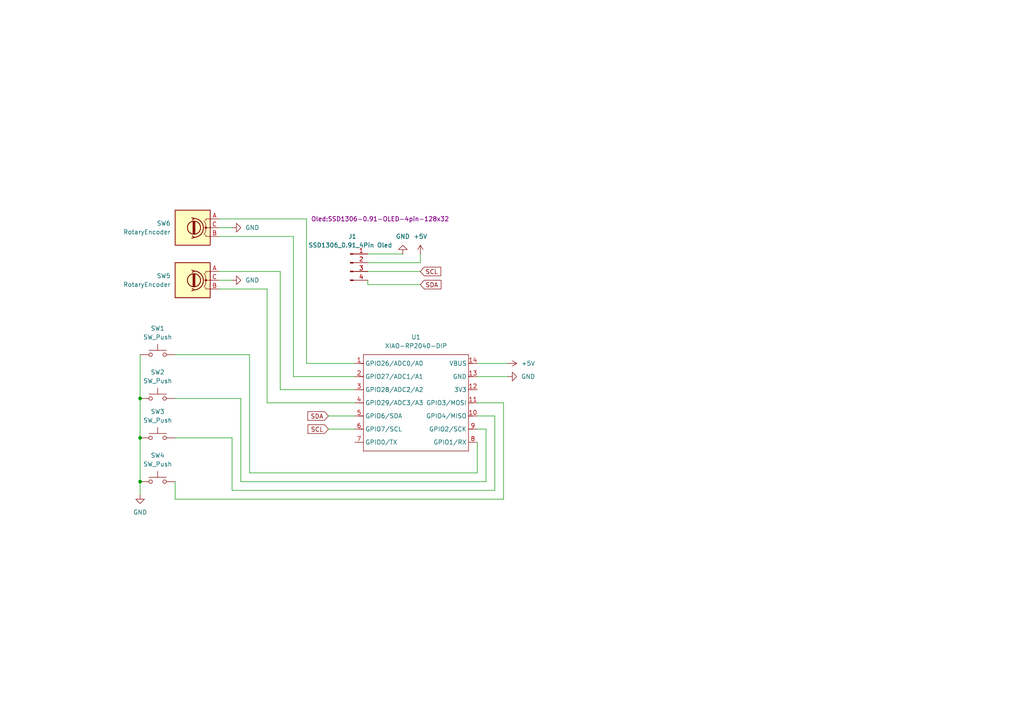
<source format=kicad_sch>
(kicad_sch
	(version 20250114)
	(generator "eeschema")
	(generator_version "9.0")
	(uuid "76485336-fd67-4ac5-96d9-830f7060e789")
	(paper "A4")
	(lib_symbols
		(symbol "Connector:Conn_01x04_Pin"
			(pin_names
				(offset 1.016)
				(hide yes)
			)
			(exclude_from_sim no)
			(in_bom yes)
			(on_board yes)
			(property "Reference" "J"
				(at 0 5.08 0)
				(effects
					(font
						(size 1.27 1.27)
					)
				)
			)
			(property "Value" "Conn_01x04_Pin"
				(at 0 -7.62 0)
				(effects
					(font
						(size 1.27 1.27)
					)
				)
			)
			(property "Footprint" ""
				(at 0 0 0)
				(effects
					(font
						(size 1.27 1.27)
					)
					(hide yes)
				)
			)
			(property "Datasheet" "~"
				(at 0 0 0)
				(effects
					(font
						(size 1.27 1.27)
					)
					(hide yes)
				)
			)
			(property "Description" "Generic connector, single row, 01x04, script generated"
				(at 0 0 0)
				(effects
					(font
						(size 1.27 1.27)
					)
					(hide yes)
				)
			)
			(property "ki_locked" ""
				(at 0 0 0)
				(effects
					(font
						(size 1.27 1.27)
					)
				)
			)
			(property "ki_keywords" "connector"
				(at 0 0 0)
				(effects
					(font
						(size 1.27 1.27)
					)
					(hide yes)
				)
			)
			(property "ki_fp_filters" "Connector*:*_1x??_*"
				(at 0 0 0)
				(effects
					(font
						(size 1.27 1.27)
					)
					(hide yes)
				)
			)
			(symbol "Conn_01x04_Pin_1_1"
				(rectangle
					(start 0.8636 2.667)
					(end 0 2.413)
					(stroke
						(width 0.1524)
						(type default)
					)
					(fill
						(type outline)
					)
				)
				(rectangle
					(start 0.8636 0.127)
					(end 0 -0.127)
					(stroke
						(width 0.1524)
						(type default)
					)
					(fill
						(type outline)
					)
				)
				(rectangle
					(start 0.8636 -2.413)
					(end 0 -2.667)
					(stroke
						(width 0.1524)
						(type default)
					)
					(fill
						(type outline)
					)
				)
				(rectangle
					(start 0.8636 -4.953)
					(end 0 -5.207)
					(stroke
						(width 0.1524)
						(type default)
					)
					(fill
						(type outline)
					)
				)
				(polyline
					(pts
						(xy 1.27 2.54) (xy 0.8636 2.54)
					)
					(stroke
						(width 0.1524)
						(type default)
					)
					(fill
						(type none)
					)
				)
				(polyline
					(pts
						(xy 1.27 0) (xy 0.8636 0)
					)
					(stroke
						(width 0.1524)
						(type default)
					)
					(fill
						(type none)
					)
				)
				(polyline
					(pts
						(xy 1.27 -2.54) (xy 0.8636 -2.54)
					)
					(stroke
						(width 0.1524)
						(type default)
					)
					(fill
						(type none)
					)
				)
				(polyline
					(pts
						(xy 1.27 -5.08) (xy 0.8636 -5.08)
					)
					(stroke
						(width 0.1524)
						(type default)
					)
					(fill
						(type none)
					)
				)
				(pin passive line
					(at 5.08 2.54 180)
					(length 3.81)
					(name "Pin_1"
						(effects
							(font
								(size 1.27 1.27)
							)
						)
					)
					(number "1"
						(effects
							(font
								(size 1.27 1.27)
							)
						)
					)
				)
				(pin passive line
					(at 5.08 0 180)
					(length 3.81)
					(name "Pin_2"
						(effects
							(font
								(size 1.27 1.27)
							)
						)
					)
					(number "2"
						(effects
							(font
								(size 1.27 1.27)
							)
						)
					)
				)
				(pin passive line
					(at 5.08 -2.54 180)
					(length 3.81)
					(name "Pin_3"
						(effects
							(font
								(size 1.27 1.27)
							)
						)
					)
					(number "3"
						(effects
							(font
								(size 1.27 1.27)
							)
						)
					)
				)
				(pin passive line
					(at 5.08 -5.08 180)
					(length 3.81)
					(name "Pin_4"
						(effects
							(font
								(size 1.27 1.27)
							)
						)
					)
					(number "4"
						(effects
							(font
								(size 1.27 1.27)
							)
						)
					)
				)
			)
			(embedded_fonts no)
		)
		(symbol "Device:RotaryEncoder"
			(pin_names
				(offset 0.254)
				(hide yes)
			)
			(exclude_from_sim no)
			(in_bom yes)
			(on_board yes)
			(property "Reference" "SW"
				(at 0 6.604 0)
				(effects
					(font
						(size 1.27 1.27)
					)
				)
			)
			(property "Value" "RotaryEncoder"
				(at 0 -6.604 0)
				(effects
					(font
						(size 1.27 1.27)
					)
				)
			)
			(property "Footprint" ""
				(at -3.81 4.064 0)
				(effects
					(font
						(size 1.27 1.27)
					)
					(hide yes)
				)
			)
			(property "Datasheet" "~"
				(at 0 6.604 0)
				(effects
					(font
						(size 1.27 1.27)
					)
					(hide yes)
				)
			)
			(property "Description" "Rotary encoder, dual channel, incremental quadrate outputs"
				(at 0 0 0)
				(effects
					(font
						(size 1.27 1.27)
					)
					(hide yes)
				)
			)
			(property "ki_keywords" "rotary switch encoder"
				(at 0 0 0)
				(effects
					(font
						(size 1.27 1.27)
					)
					(hide yes)
				)
			)
			(property "ki_fp_filters" "RotaryEncoder*"
				(at 0 0 0)
				(effects
					(font
						(size 1.27 1.27)
					)
					(hide yes)
				)
			)
			(symbol "RotaryEncoder_0_1"
				(rectangle
					(start -5.08 5.08)
					(end 5.08 -5.08)
					(stroke
						(width 0.254)
						(type default)
					)
					(fill
						(type background)
					)
				)
				(polyline
					(pts
						(xy -5.08 2.54) (xy -3.81 2.54) (xy -3.81 2.032)
					)
					(stroke
						(width 0)
						(type default)
					)
					(fill
						(type none)
					)
				)
				(polyline
					(pts
						(xy -5.08 0) (xy -3.81 0) (xy -3.81 -1.016) (xy -3.302 -2.032)
					)
					(stroke
						(width 0)
						(type default)
					)
					(fill
						(type none)
					)
				)
				(polyline
					(pts
						(xy -5.08 -2.54) (xy -3.81 -2.54) (xy -3.81 -2.032)
					)
					(stroke
						(width 0)
						(type default)
					)
					(fill
						(type none)
					)
				)
				(polyline
					(pts
						(xy -4.318 0) (xy -3.81 0) (xy -3.81 1.016) (xy -3.302 2.032)
					)
					(stroke
						(width 0)
						(type default)
					)
					(fill
						(type none)
					)
				)
				(circle
					(center -3.81 0)
					(radius 0.254)
					(stroke
						(width 0)
						(type default)
					)
					(fill
						(type outline)
					)
				)
				(polyline
					(pts
						(xy -0.635 -1.778) (xy -0.635 1.778)
					)
					(stroke
						(width 0.254)
						(type default)
					)
					(fill
						(type none)
					)
				)
				(circle
					(center -0.381 0)
					(radius 1.905)
					(stroke
						(width 0.254)
						(type default)
					)
					(fill
						(type none)
					)
				)
				(polyline
					(pts
						(xy -0.381 -1.778) (xy -0.381 1.778)
					)
					(stroke
						(width 0.254)
						(type default)
					)
					(fill
						(type none)
					)
				)
				(arc
					(start -0.381 -2.794)
					(mid -3.0988 -0.0635)
					(end -0.381 2.667)
					(stroke
						(width 0.254)
						(type default)
					)
					(fill
						(type none)
					)
				)
				(polyline
					(pts
						(xy -0.127 1.778) (xy -0.127 -1.778)
					)
					(stroke
						(width 0.254)
						(type default)
					)
					(fill
						(type none)
					)
				)
				(polyline
					(pts
						(xy 0.254 2.921) (xy -0.508 2.667) (xy 0.127 2.286)
					)
					(stroke
						(width 0.254)
						(type default)
					)
					(fill
						(type none)
					)
				)
				(polyline
					(pts
						(xy 0.254 -3.048) (xy -0.508 -2.794) (xy 0.127 -2.413)
					)
					(stroke
						(width 0.254)
						(type default)
					)
					(fill
						(type none)
					)
				)
			)
			(symbol "RotaryEncoder_1_1"
				(pin passive line
					(at -7.62 2.54 0)
					(length 2.54)
					(name "A"
						(effects
							(font
								(size 1.27 1.27)
							)
						)
					)
					(number "A"
						(effects
							(font
								(size 1.27 1.27)
							)
						)
					)
				)
				(pin passive line
					(at -7.62 0 0)
					(length 2.54)
					(name "C"
						(effects
							(font
								(size 1.27 1.27)
							)
						)
					)
					(number "C"
						(effects
							(font
								(size 1.27 1.27)
							)
						)
					)
				)
				(pin passive line
					(at -7.62 -2.54 0)
					(length 2.54)
					(name "B"
						(effects
							(font
								(size 1.27 1.27)
							)
						)
					)
					(number "B"
						(effects
							(font
								(size 1.27 1.27)
							)
						)
					)
				)
			)
			(embedded_fonts no)
		)
		(symbol "OPL:XIAO-RP2040-DIP"
			(exclude_from_sim no)
			(in_bom yes)
			(on_board yes)
			(property "Reference" "U"
				(at 0 0 0)
				(effects
					(font
						(size 1.27 1.27)
					)
				)
			)
			(property "Value" "XIAO-RP2040-DIP"
				(at 5.334 -1.778 0)
				(effects
					(font
						(size 1.27 1.27)
					)
				)
			)
			(property "Footprint" "Module:MOUDLE14P-XIAO-DIP-SMD"
				(at 14.478 -32.258 0)
				(effects
					(font
						(size 1.27 1.27)
					)
					(hide yes)
				)
			)
			(property "Datasheet" ""
				(at 0 0 0)
				(effects
					(font
						(size 1.27 1.27)
					)
					(hide yes)
				)
			)
			(property "Description" ""
				(at 0 0 0)
				(effects
					(font
						(size 1.27 1.27)
					)
					(hide yes)
				)
			)
			(symbol "XIAO-RP2040-DIP_1_0"
				(polyline
					(pts
						(xy -1.27 -2.54) (xy 29.21 -2.54)
					)
					(stroke
						(width 0.1524)
						(type solid)
					)
					(fill
						(type none)
					)
				)
				(polyline
					(pts
						(xy -1.27 -5.08) (xy -2.54 -5.08)
					)
					(stroke
						(width 0.1524)
						(type solid)
					)
					(fill
						(type none)
					)
				)
				(polyline
					(pts
						(xy -1.27 -5.08) (xy -1.27 -2.54)
					)
					(stroke
						(width 0.1524)
						(type solid)
					)
					(fill
						(type none)
					)
				)
				(polyline
					(pts
						(xy -1.27 -8.89) (xy -2.54 -8.89)
					)
					(stroke
						(width 0.1524)
						(type solid)
					)
					(fill
						(type none)
					)
				)
				(polyline
					(pts
						(xy -1.27 -8.89) (xy -1.27 -5.08)
					)
					(stroke
						(width 0.1524)
						(type solid)
					)
					(fill
						(type none)
					)
				)
				(polyline
					(pts
						(xy -1.27 -12.7) (xy -2.54 -12.7)
					)
					(stroke
						(width 0.1524)
						(type solid)
					)
					(fill
						(type none)
					)
				)
				(polyline
					(pts
						(xy -1.27 -12.7) (xy -1.27 -8.89)
					)
					(stroke
						(width 0.1524)
						(type solid)
					)
					(fill
						(type none)
					)
				)
				(polyline
					(pts
						(xy -1.27 -16.51) (xy -2.54 -16.51)
					)
					(stroke
						(width 0.1524)
						(type solid)
					)
					(fill
						(type none)
					)
				)
				(polyline
					(pts
						(xy -1.27 -16.51) (xy -1.27 -12.7)
					)
					(stroke
						(width 0.1524)
						(type solid)
					)
					(fill
						(type none)
					)
				)
				(polyline
					(pts
						(xy -1.27 -20.32) (xy -2.54 -20.32)
					)
					(stroke
						(width 0.1524)
						(type solid)
					)
					(fill
						(type none)
					)
				)
				(polyline
					(pts
						(xy -1.27 -24.13) (xy -2.54 -24.13)
					)
					(stroke
						(width 0.1524)
						(type solid)
					)
					(fill
						(type none)
					)
				)
				(polyline
					(pts
						(xy -1.27 -27.94) (xy -2.54 -27.94)
					)
					(stroke
						(width 0.1524)
						(type solid)
					)
					(fill
						(type none)
					)
				)
				(polyline
					(pts
						(xy -1.27 -30.48) (xy -1.27 -16.51)
					)
					(stroke
						(width 0.1524)
						(type solid)
					)
					(fill
						(type none)
					)
				)
				(polyline
					(pts
						(xy 29.21 -2.54) (xy 29.21 -5.08)
					)
					(stroke
						(width 0.1524)
						(type solid)
					)
					(fill
						(type none)
					)
				)
				(polyline
					(pts
						(xy 29.21 -5.08) (xy 29.21 -8.89)
					)
					(stroke
						(width 0.1524)
						(type solid)
					)
					(fill
						(type none)
					)
				)
				(polyline
					(pts
						(xy 29.21 -8.89) (xy 29.21 -12.7)
					)
					(stroke
						(width 0.1524)
						(type solid)
					)
					(fill
						(type none)
					)
				)
				(polyline
					(pts
						(xy 29.21 -12.7) (xy 29.21 -30.48)
					)
					(stroke
						(width 0.1524)
						(type solid)
					)
					(fill
						(type none)
					)
				)
				(polyline
					(pts
						(xy 29.21 -30.48) (xy -1.27 -30.48)
					)
					(stroke
						(width 0.1524)
						(type solid)
					)
					(fill
						(type none)
					)
				)
				(polyline
					(pts
						(xy 30.48 -5.08) (xy 29.21 -5.08)
					)
					(stroke
						(width 0.1524)
						(type solid)
					)
					(fill
						(type none)
					)
				)
				(polyline
					(pts
						(xy 30.48 -8.89) (xy 29.21 -8.89)
					)
					(stroke
						(width 0.1524)
						(type solid)
					)
					(fill
						(type none)
					)
				)
				(polyline
					(pts
						(xy 30.48 -12.7) (xy 29.21 -12.7)
					)
					(stroke
						(width 0.1524)
						(type solid)
					)
					(fill
						(type none)
					)
				)
				(polyline
					(pts
						(xy 30.48 -16.51) (xy 29.21 -16.51)
					)
					(stroke
						(width 0.1524)
						(type solid)
					)
					(fill
						(type none)
					)
				)
				(polyline
					(pts
						(xy 30.48 -20.32) (xy 29.21 -20.32)
					)
					(stroke
						(width 0.1524)
						(type solid)
					)
					(fill
						(type none)
					)
				)
				(polyline
					(pts
						(xy 30.48 -24.13) (xy 29.21 -24.13)
					)
					(stroke
						(width 0.1524)
						(type solid)
					)
					(fill
						(type none)
					)
				)
				(polyline
					(pts
						(xy 30.48 -27.94) (xy 29.21 -27.94)
					)
					(stroke
						(width 0.1524)
						(type solid)
					)
					(fill
						(type none)
					)
				)
				(pin passive line
					(at -3.81 -5.08 0)
					(length 2.54)
					(name "GPIO26/ADC0/A0"
						(effects
							(font
								(size 1.27 1.27)
							)
						)
					)
					(number "1"
						(effects
							(font
								(size 1.27 1.27)
							)
						)
					)
				)
				(pin passive line
					(at -3.81 -8.89 0)
					(length 2.54)
					(name "GPIO27/ADC1/A1"
						(effects
							(font
								(size 1.27 1.27)
							)
						)
					)
					(number "2"
						(effects
							(font
								(size 1.27 1.27)
							)
						)
					)
				)
				(pin passive line
					(at -3.81 -12.7 0)
					(length 2.54)
					(name "GPIO28/ADC2/A2"
						(effects
							(font
								(size 1.27 1.27)
							)
						)
					)
					(number "3"
						(effects
							(font
								(size 1.27 1.27)
							)
						)
					)
				)
				(pin passive line
					(at -3.81 -16.51 0)
					(length 2.54)
					(name "GPIO29/ADC3/A3"
						(effects
							(font
								(size 1.27 1.27)
							)
						)
					)
					(number "4"
						(effects
							(font
								(size 1.27 1.27)
							)
						)
					)
				)
				(pin passive line
					(at -3.81 -20.32 0)
					(length 2.54)
					(name "GPIO6/SDA"
						(effects
							(font
								(size 1.27 1.27)
							)
						)
					)
					(number "5"
						(effects
							(font
								(size 1.27 1.27)
							)
						)
					)
				)
				(pin passive line
					(at -3.81 -24.13 0)
					(length 2.54)
					(name "GPIO7/SCL"
						(effects
							(font
								(size 1.27 1.27)
							)
						)
					)
					(number "6"
						(effects
							(font
								(size 1.27 1.27)
							)
						)
					)
				)
				(pin passive line
					(at -3.81 -27.94 0)
					(length 2.54)
					(name "GPIO0/TX"
						(effects
							(font
								(size 1.27 1.27)
							)
						)
					)
					(number "7"
						(effects
							(font
								(size 1.27 1.27)
							)
						)
					)
				)
				(pin passive line
					(at 31.75 -5.08 180)
					(length 2.54)
					(name "VBUS"
						(effects
							(font
								(size 1.27 1.27)
							)
						)
					)
					(number "14"
						(effects
							(font
								(size 1.27 1.27)
							)
						)
					)
				)
				(pin passive line
					(at 31.75 -8.89 180)
					(length 2.54)
					(name "GND"
						(effects
							(font
								(size 1.27 1.27)
							)
						)
					)
					(number "13"
						(effects
							(font
								(size 1.27 1.27)
							)
						)
					)
				)
				(pin passive line
					(at 31.75 -12.7 180)
					(length 2.54)
					(name "3V3"
						(effects
							(font
								(size 1.27 1.27)
							)
						)
					)
					(number "12"
						(effects
							(font
								(size 1.27 1.27)
							)
						)
					)
				)
				(pin passive line
					(at 31.75 -16.51 180)
					(length 2.54)
					(name "GPIO3/MOSI"
						(effects
							(font
								(size 1.27 1.27)
							)
						)
					)
					(number "11"
						(effects
							(font
								(size 1.27 1.27)
							)
						)
					)
				)
				(pin passive line
					(at 31.75 -20.32 180)
					(length 2.54)
					(name "GPIO4/MISO"
						(effects
							(font
								(size 1.27 1.27)
							)
						)
					)
					(number "10"
						(effects
							(font
								(size 1.27 1.27)
							)
						)
					)
				)
				(pin passive line
					(at 31.75 -24.13 180)
					(length 2.54)
					(name "GPIO2/SCK"
						(effects
							(font
								(size 1.27 1.27)
							)
						)
					)
					(number "9"
						(effects
							(font
								(size 1.27 1.27)
							)
						)
					)
				)
				(pin passive line
					(at 31.75 -27.94 180)
					(length 2.54)
					(name "GPIO1/RX"
						(effects
							(font
								(size 1.27 1.27)
							)
						)
					)
					(number "8"
						(effects
							(font
								(size 1.27 1.27)
							)
						)
					)
				)
			)
			(embedded_fonts no)
		)
		(symbol "Switch:SW_Push"
			(pin_numbers
				(hide yes)
			)
			(pin_names
				(offset 1.016)
				(hide yes)
			)
			(exclude_from_sim no)
			(in_bom yes)
			(on_board yes)
			(property "Reference" "SW"
				(at 1.27 2.54 0)
				(effects
					(font
						(size 1.27 1.27)
					)
					(justify left)
				)
			)
			(property "Value" "SW_Push"
				(at 0 -1.524 0)
				(effects
					(font
						(size 1.27 1.27)
					)
				)
			)
			(property "Footprint" ""
				(at 0 5.08 0)
				(effects
					(font
						(size 1.27 1.27)
					)
					(hide yes)
				)
			)
			(property "Datasheet" "~"
				(at 0 5.08 0)
				(effects
					(font
						(size 1.27 1.27)
					)
					(hide yes)
				)
			)
			(property "Description" "Push button switch, generic, two pins"
				(at 0 0 0)
				(effects
					(font
						(size 1.27 1.27)
					)
					(hide yes)
				)
			)
			(property "ki_keywords" "switch normally-open pushbutton push-button"
				(at 0 0 0)
				(effects
					(font
						(size 1.27 1.27)
					)
					(hide yes)
				)
			)
			(symbol "SW_Push_0_1"
				(circle
					(center -2.032 0)
					(radius 0.508)
					(stroke
						(width 0)
						(type default)
					)
					(fill
						(type none)
					)
				)
				(polyline
					(pts
						(xy 0 1.27) (xy 0 3.048)
					)
					(stroke
						(width 0)
						(type default)
					)
					(fill
						(type none)
					)
				)
				(circle
					(center 2.032 0)
					(radius 0.508)
					(stroke
						(width 0)
						(type default)
					)
					(fill
						(type none)
					)
				)
				(polyline
					(pts
						(xy 2.54 1.27) (xy -2.54 1.27)
					)
					(stroke
						(width 0)
						(type default)
					)
					(fill
						(type none)
					)
				)
				(pin passive line
					(at -5.08 0 0)
					(length 2.54)
					(name "1"
						(effects
							(font
								(size 1.27 1.27)
							)
						)
					)
					(number "1"
						(effects
							(font
								(size 1.27 1.27)
							)
						)
					)
				)
				(pin passive line
					(at 5.08 0 180)
					(length 2.54)
					(name "2"
						(effects
							(font
								(size 1.27 1.27)
							)
						)
					)
					(number "2"
						(effects
							(font
								(size 1.27 1.27)
							)
						)
					)
				)
			)
			(embedded_fonts no)
		)
		(symbol "power:+5V"
			(power)
			(pin_numbers
				(hide yes)
			)
			(pin_names
				(offset 0)
				(hide yes)
			)
			(exclude_from_sim no)
			(in_bom yes)
			(on_board yes)
			(property "Reference" "#PWR"
				(at 0 -3.81 0)
				(effects
					(font
						(size 1.27 1.27)
					)
					(hide yes)
				)
			)
			(property "Value" "+5V"
				(at 0 3.556 0)
				(effects
					(font
						(size 1.27 1.27)
					)
				)
			)
			(property "Footprint" ""
				(at 0 0 0)
				(effects
					(font
						(size 1.27 1.27)
					)
					(hide yes)
				)
			)
			(property "Datasheet" ""
				(at 0 0 0)
				(effects
					(font
						(size 1.27 1.27)
					)
					(hide yes)
				)
			)
			(property "Description" "Power symbol creates a global label with name \"+5V\""
				(at 0 0 0)
				(effects
					(font
						(size 1.27 1.27)
					)
					(hide yes)
				)
			)
			(property "ki_keywords" "global power"
				(at 0 0 0)
				(effects
					(font
						(size 1.27 1.27)
					)
					(hide yes)
				)
			)
			(symbol "+5V_0_1"
				(polyline
					(pts
						(xy -0.762 1.27) (xy 0 2.54)
					)
					(stroke
						(width 0)
						(type default)
					)
					(fill
						(type none)
					)
				)
				(polyline
					(pts
						(xy 0 2.54) (xy 0.762 1.27)
					)
					(stroke
						(width 0)
						(type default)
					)
					(fill
						(type none)
					)
				)
				(polyline
					(pts
						(xy 0 0) (xy 0 2.54)
					)
					(stroke
						(width 0)
						(type default)
					)
					(fill
						(type none)
					)
				)
			)
			(symbol "+5V_1_1"
				(pin power_in line
					(at 0 0 90)
					(length 0)
					(name "~"
						(effects
							(font
								(size 1.27 1.27)
							)
						)
					)
					(number "1"
						(effects
							(font
								(size 1.27 1.27)
							)
						)
					)
				)
			)
			(embedded_fonts no)
		)
		(symbol "power:GND"
			(power)
			(pin_numbers
				(hide yes)
			)
			(pin_names
				(offset 0)
				(hide yes)
			)
			(exclude_from_sim no)
			(in_bom yes)
			(on_board yes)
			(property "Reference" "#PWR"
				(at 0 -6.35 0)
				(effects
					(font
						(size 1.27 1.27)
					)
					(hide yes)
				)
			)
			(property "Value" "GND"
				(at 0 -3.81 0)
				(effects
					(font
						(size 1.27 1.27)
					)
				)
			)
			(property "Footprint" ""
				(at 0 0 0)
				(effects
					(font
						(size 1.27 1.27)
					)
					(hide yes)
				)
			)
			(property "Datasheet" ""
				(at 0 0 0)
				(effects
					(font
						(size 1.27 1.27)
					)
					(hide yes)
				)
			)
			(property "Description" "Power symbol creates a global label with name \"GND\" , ground"
				(at 0 0 0)
				(effects
					(font
						(size 1.27 1.27)
					)
					(hide yes)
				)
			)
			(property "ki_keywords" "global power"
				(at 0 0 0)
				(effects
					(font
						(size 1.27 1.27)
					)
					(hide yes)
				)
			)
			(symbol "GND_0_1"
				(polyline
					(pts
						(xy 0 0) (xy 0 -1.27) (xy 1.27 -1.27) (xy 0 -2.54) (xy -1.27 -1.27) (xy 0 -1.27)
					)
					(stroke
						(width 0)
						(type default)
					)
					(fill
						(type none)
					)
				)
			)
			(symbol "GND_1_1"
				(pin power_in line
					(at 0 0 270)
					(length 0)
					(name "~"
						(effects
							(font
								(size 1.27 1.27)
							)
						)
					)
					(number "1"
						(effects
							(font
								(size 1.27 1.27)
							)
						)
					)
				)
			)
			(embedded_fonts no)
		)
	)
	(junction
		(at 40.64 127)
		(diameter 0)
		(color 0 0 0 0)
		(uuid "70798012-0e15-47c8-bb43-3e0a197d5872")
	)
	(junction
		(at 40.64 115.57)
		(diameter 0)
		(color 0 0 0 0)
		(uuid "772a1352-335d-4f82-8b61-7f277949723e")
	)
	(junction
		(at 40.64 139.7)
		(diameter 0)
		(color 0 0 0 0)
		(uuid "f32aa9e4-19d5-4654-9e08-d79ce4de313a")
	)
	(wire
		(pts
			(xy 106.68 82.55) (xy 106.68 81.28)
		)
		(stroke
			(width 0)
			(type default)
		)
		(uuid "044bd1be-bbb8-4710-95a7-918963736bb0")
	)
	(wire
		(pts
			(xy 50.8 144.78) (xy 146.05 144.78)
		)
		(stroke
			(width 0)
			(type default)
		)
		(uuid "0481da76-9140-4c39-83d0-10c1960a52ed")
	)
	(wire
		(pts
			(xy 138.43 124.46) (xy 140.97 124.46)
		)
		(stroke
			(width 0)
			(type default)
		)
		(uuid "0998548d-8377-4aa0-a371-38ed55f570a8")
	)
	(wire
		(pts
			(xy 81.28 113.03) (xy 81.28 78.74)
		)
		(stroke
			(width 0)
			(type default)
		)
		(uuid "0c676c38-e53a-4cb9-9808-927ac7df554d")
	)
	(wire
		(pts
			(xy 77.47 83.82) (xy 77.47 116.84)
		)
		(stroke
			(width 0)
			(type default)
		)
		(uuid "0e41caa3-86d4-4f05-8549-e09d6f65a117")
	)
	(wire
		(pts
			(xy 69.85 115.57) (xy 50.8 115.57)
		)
		(stroke
			(width 0)
			(type default)
		)
		(uuid "0fe695e8-1c5d-465b-97d7-989095220adc")
	)
	(wire
		(pts
			(xy 106.68 76.2) (xy 121.92 76.2)
		)
		(stroke
			(width 0)
			(type default)
		)
		(uuid "18f47ac4-7598-455a-a67c-e2b18aeac9e5")
	)
	(wire
		(pts
			(xy 77.47 116.84) (xy 102.87 116.84)
		)
		(stroke
			(width 0)
			(type default)
		)
		(uuid "35557ccc-9233-4f76-acc2-649ae5873ad3")
	)
	(wire
		(pts
			(xy 102.87 113.03) (xy 81.28 113.03)
		)
		(stroke
			(width 0)
			(type default)
		)
		(uuid "408496b8-ecb2-4700-9d19-a8cd928f1524")
	)
	(wire
		(pts
			(xy 40.64 127) (xy 40.64 139.7)
		)
		(stroke
			(width 0)
			(type default)
		)
		(uuid "44572ced-ca63-45e1-a927-e5d7a0f36ed1")
	)
	(wire
		(pts
			(xy 102.87 105.41) (xy 88.9 105.41)
		)
		(stroke
			(width 0)
			(type default)
		)
		(uuid "4aad7568-9f30-415f-8be5-108bed4d37dd")
	)
	(wire
		(pts
			(xy 85.09 109.22) (xy 102.87 109.22)
		)
		(stroke
			(width 0)
			(type default)
		)
		(uuid "54102e00-c1b9-443a-a5a3-96035c002c63")
	)
	(wire
		(pts
			(xy 63.5 83.82) (xy 77.47 83.82)
		)
		(stroke
			(width 0)
			(type default)
		)
		(uuid "586759cb-37a1-4061-a320-6e2c2fbd8262")
	)
	(wire
		(pts
			(xy 138.43 105.41) (xy 147.32 105.41)
		)
		(stroke
			(width 0)
			(type default)
		)
		(uuid "5cb21034-a3d4-4197-8fa6-af60e41c6353")
	)
	(wire
		(pts
			(xy 116.84 73.66) (xy 106.68 73.66)
		)
		(stroke
			(width 0)
			(type default)
		)
		(uuid "664b9d27-e391-4ffd-8499-3c0b5c26be12")
	)
	(wire
		(pts
			(xy 63.5 68.58) (xy 85.09 68.58)
		)
		(stroke
			(width 0)
			(type default)
		)
		(uuid "67a09581-c706-4b09-92fb-608d5821b90c")
	)
	(wire
		(pts
			(xy 50.8 127) (xy 67.31 127)
		)
		(stroke
			(width 0)
			(type default)
		)
		(uuid "6ae7389c-4d91-4f82-8e68-ba5c7c0d1df3")
	)
	(wire
		(pts
			(xy 106.68 78.74) (xy 121.92 78.74)
		)
		(stroke
			(width 0)
			(type default)
		)
		(uuid "7194df00-8757-4e28-b725-f34bb1945f6d")
	)
	(wire
		(pts
			(xy 67.31 127) (xy 67.31 142.24)
		)
		(stroke
			(width 0)
			(type default)
		)
		(uuid "7ea10665-fcc1-4d5d-b8e2-0ef8d040098f")
	)
	(wire
		(pts
			(xy 143.51 142.24) (xy 143.51 120.65)
		)
		(stroke
			(width 0)
			(type default)
		)
		(uuid "838bd41b-21ce-4370-843b-aed12d1bdf2f")
	)
	(wire
		(pts
			(xy 40.64 139.7) (xy 40.64 143.51)
		)
		(stroke
			(width 0)
			(type default)
		)
		(uuid "86348b04-d295-48bf-8130-c68918f4b013")
	)
	(wire
		(pts
			(xy 69.85 139.7) (xy 69.85 115.57)
		)
		(stroke
			(width 0)
			(type default)
		)
		(uuid "8b603583-5dec-434c-8f9c-59a6aa64151e")
	)
	(wire
		(pts
			(xy 138.43 116.84) (xy 146.05 116.84)
		)
		(stroke
			(width 0)
			(type default)
		)
		(uuid "913f0b60-ba88-403a-b06d-8465dcfb5c73")
	)
	(wire
		(pts
			(xy 50.8 139.7) (xy 50.8 144.78)
		)
		(stroke
			(width 0)
			(type default)
		)
		(uuid "92bbc43f-54f8-44a4-96d1-440d7aeb3ca3")
	)
	(wire
		(pts
			(xy 63.5 63.5) (xy 88.9 63.5)
		)
		(stroke
			(width 0)
			(type default)
		)
		(uuid "93eeac43-2216-4d61-818a-360b2bd9eda4")
	)
	(wire
		(pts
			(xy 88.9 105.41) (xy 88.9 63.5)
		)
		(stroke
			(width 0)
			(type default)
		)
		(uuid "9aa1818e-9fdb-4b5a-89d1-ff0ae47ba94d")
	)
	(wire
		(pts
			(xy 140.97 124.46) (xy 140.97 139.7)
		)
		(stroke
			(width 0)
			(type default)
		)
		(uuid "9af236d4-433b-4e7d-ad41-299fa4534a91")
	)
	(wire
		(pts
			(xy 81.28 78.74) (xy 63.5 78.74)
		)
		(stroke
			(width 0)
			(type default)
		)
		(uuid "a04a6b20-40d5-4267-af6e-30846cf60657")
	)
	(wire
		(pts
			(xy 72.39 137.16) (xy 138.43 137.16)
		)
		(stroke
			(width 0)
			(type default)
		)
		(uuid "a3facfbc-b8b8-49c9-881d-b0874a6abec0")
	)
	(wire
		(pts
			(xy 63.5 81.28) (xy 67.31 81.28)
		)
		(stroke
			(width 0)
			(type default)
		)
		(uuid "a9203566-fb94-41be-8440-d7953b00804c")
	)
	(wire
		(pts
			(xy 67.31 142.24) (xy 143.51 142.24)
		)
		(stroke
			(width 0)
			(type default)
		)
		(uuid "b03c55e6-b5f4-49b1-a755-b4fc8b532801")
	)
	(wire
		(pts
			(xy 121.92 76.2) (xy 121.92 73.66)
		)
		(stroke
			(width 0)
			(type default)
		)
		(uuid "c04d5e10-e59d-4620-b233-ea86898c5046")
	)
	(wire
		(pts
			(xy 95.25 124.46) (xy 102.87 124.46)
		)
		(stroke
			(width 0)
			(type default)
		)
		(uuid "c6181447-eb72-4b0c-a9f3-d4c167516ea1")
	)
	(wire
		(pts
			(xy 138.43 109.22) (xy 147.32 109.22)
		)
		(stroke
			(width 0)
			(type default)
		)
		(uuid "d02c50c6-8f23-4b90-8d43-f98aa0da76ec")
	)
	(wire
		(pts
			(xy 40.64 115.57) (xy 40.64 127)
		)
		(stroke
			(width 0)
			(type default)
		)
		(uuid "d3075b8a-90d8-465d-8d3f-d04de75d0c6d")
	)
	(wire
		(pts
			(xy 63.5 66.04) (xy 67.31 66.04)
		)
		(stroke
			(width 0)
			(type default)
		)
		(uuid "d3551733-bbf4-4545-ba24-304031e483d0")
	)
	(wire
		(pts
			(xy 138.43 120.65) (xy 143.51 120.65)
		)
		(stroke
			(width 0)
			(type default)
		)
		(uuid "d6d3c353-9f9b-4e2c-9443-a745898c341b")
	)
	(wire
		(pts
			(xy 50.8 102.87) (xy 72.39 102.87)
		)
		(stroke
			(width 0)
			(type default)
		)
		(uuid "d925116e-49f0-442b-a2fe-38eec8930738")
	)
	(wire
		(pts
			(xy 95.25 120.65) (xy 102.87 120.65)
		)
		(stroke
			(width 0)
			(type default)
		)
		(uuid "dec94495-a26c-4c26-a37f-f319f9e712ae")
	)
	(wire
		(pts
			(xy 146.05 116.84) (xy 146.05 144.78)
		)
		(stroke
			(width 0)
			(type default)
		)
		(uuid "deca709e-f755-4cf9-ad57-b565431de73f")
	)
	(wire
		(pts
			(xy 72.39 102.87) (xy 72.39 137.16)
		)
		(stroke
			(width 0)
			(type default)
		)
		(uuid "e502a717-c7e3-4ccf-b23a-01ffec0ef858")
	)
	(wire
		(pts
			(xy 138.43 137.16) (xy 138.43 128.27)
		)
		(stroke
			(width 0)
			(type default)
		)
		(uuid "e996f759-f4e1-49c2-8e40-a65dadcfa0fc")
	)
	(wire
		(pts
			(xy 121.92 82.55) (xy 106.68 82.55)
		)
		(stroke
			(width 0)
			(type default)
		)
		(uuid "f2d6d7bc-f6c0-489e-9486-ed02d369421e")
	)
	(wire
		(pts
			(xy 40.64 102.87) (xy 40.64 115.57)
		)
		(stroke
			(width 0)
			(type default)
		)
		(uuid "f7880e99-33f6-4099-9ca0-0b58a0e3a3f0")
	)
	(wire
		(pts
			(xy 85.09 68.58) (xy 85.09 109.22)
		)
		(stroke
			(width 0)
			(type default)
		)
		(uuid "f8038172-3990-497c-8551-dfed674d4513")
	)
	(wire
		(pts
			(xy 140.97 139.7) (xy 69.85 139.7)
		)
		(stroke
			(width 0)
			(type default)
		)
		(uuid "fe828d92-5720-459f-82cf-96d577ea5d36")
	)
	(global_label "SDA"
		(shape input)
		(at 95.25 120.65 180)
		(fields_autoplaced yes)
		(effects
			(font
				(size 1.27 1.27)
			)
			(justify right)
		)
		(uuid "1a18fe43-88ff-4d2a-b653-96e06fff51f1")
		(property "Intersheetrefs" "${INTERSHEET_REFS}"
			(at 88.6967 120.65 0)
			(effects
				(font
					(size 1.27 1.27)
				)
				(justify right)
				(hide yes)
			)
		)
	)
	(global_label "SDA"
		(shape input)
		(at 121.92 82.55 0)
		(fields_autoplaced yes)
		(effects
			(font
				(size 1.27 1.27)
			)
			(justify left)
		)
		(uuid "91011d00-6b4f-44d4-9c36-2a9b770bdb7e")
		(property "Intersheetrefs" "${INTERSHEET_REFS}"
			(at 128.4733 82.55 0)
			(effects
				(font
					(size 1.27 1.27)
				)
				(justify left)
				(hide yes)
			)
		)
	)
	(global_label "SCL"
		(shape input)
		(at 121.92 78.74 0)
		(fields_autoplaced yes)
		(effects
			(font
				(size 1.27 1.27)
			)
			(justify left)
		)
		(uuid "b5becc31-ef09-409c-a31a-5e97f0f8abb8")
		(property "Intersheetrefs" "${INTERSHEET_REFS}"
			(at 128.4128 78.74 0)
			(effects
				(font
					(size 1.27 1.27)
				)
				(justify left)
				(hide yes)
			)
		)
	)
	(global_label "SCL"
		(shape input)
		(at 95.25 124.46 180)
		(fields_autoplaced yes)
		(effects
			(font
				(size 1.27 1.27)
			)
			(justify right)
		)
		(uuid "d3257be4-2300-4b53-846d-99b69c67da61")
		(property "Intersheetrefs" "${INTERSHEET_REFS}"
			(at 88.7572 124.46 0)
			(effects
				(font
					(size 1.27 1.27)
				)
				(justify right)
				(hide yes)
			)
		)
	)
	(symbol
		(lib_id "power:+5V")
		(at 147.32 105.41 270)
		(unit 1)
		(exclude_from_sim no)
		(in_bom yes)
		(on_board yes)
		(dnp no)
		(fields_autoplaced yes)
		(uuid "05a6a780-1ea4-4533-9e66-8f9c4aa49661")
		(property "Reference" "#PWR04"
			(at 143.51 105.41 0)
			(effects
				(font
					(size 1.27 1.27)
				)
				(hide yes)
			)
		)
		(property "Value" "+5V"
			(at 151.13 105.4099 90)
			(effects
				(font
					(size 1.27 1.27)
				)
				(justify left)
			)
		)
		(property "Footprint" ""
			(at 147.32 105.41 0)
			(effects
				(font
					(size 1.27 1.27)
				)
				(hide yes)
			)
		)
		(property "Datasheet" ""
			(at 147.32 105.41 0)
			(effects
				(font
					(size 1.27 1.27)
				)
				(hide yes)
			)
		)
		(property "Description" "Power symbol creates a global label with name \"+5V\""
			(at 147.32 105.41 0)
			(effects
				(font
					(size 1.27 1.27)
				)
				(hide yes)
			)
		)
		(pin "1"
			(uuid "c77c657d-a171-46fc-968e-9c40faaf6021")
		)
		(instances
			(project "Dash Board Micro Board"
				(path "/76485336-fd67-4ac5-96d9-830f7060e789"
					(reference "#PWR04")
					(unit 1)
				)
			)
		)
	)
	(symbol
		(lib_id "power:GND")
		(at 116.84 73.66 180)
		(unit 1)
		(exclude_from_sim no)
		(in_bom yes)
		(on_board yes)
		(dnp no)
		(fields_autoplaced yes)
		(uuid "2aa3f81e-bd09-4a4f-a6c8-e4b26c4a02ae")
		(property "Reference" "#PWR01"
			(at 116.84 67.31 0)
			(effects
				(font
					(size 1.27 1.27)
				)
				(hide yes)
			)
		)
		(property "Value" "GND"
			(at 116.84 68.58 0)
			(effects
				(font
					(size 1.27 1.27)
				)
			)
		)
		(property "Footprint" ""
			(at 116.84 73.66 0)
			(effects
				(font
					(size 1.27 1.27)
				)
				(hide yes)
			)
		)
		(property "Datasheet" ""
			(at 116.84 73.66 0)
			(effects
				(font
					(size 1.27 1.27)
				)
				(hide yes)
			)
		)
		(property "Description" "Power symbol creates a global label with name \"GND\" , ground"
			(at 116.84 73.66 0)
			(effects
				(font
					(size 1.27 1.27)
				)
				(hide yes)
			)
		)
		(pin "1"
			(uuid "e9f668b9-dbf1-434e-b8df-cc4e0db516fd")
		)
		(instances
			(project ""
				(path "/76485336-fd67-4ac5-96d9-830f7060e789"
					(reference "#PWR01")
					(unit 1)
				)
			)
		)
	)
	(symbol
		(lib_id "Connector:Conn_01x04_Pin")
		(at 101.6 76.2 0)
		(unit 1)
		(exclude_from_sim no)
		(in_bom yes)
		(on_board yes)
		(dnp no)
		(uuid "31566bcd-013b-4b5d-a56c-4393553d8c42")
		(property "Reference" "J1"
			(at 102.235 68.58 0)
			(effects
				(font
					(size 1.27 1.27)
				)
			)
		)
		(property "Value" "SSD1306_0.91_4Pin Oled"
			(at 101.6 71.12 0)
			(effects
				(font
					(size 1.27 1.27)
				)
			)
		)
		(property "Footprint" "Oled:SSD1306-0.91-OLED-4pin-128x32"
			(at 110.236 63.5 0)
			(effects
				(font
					(size 1.27 1.27)
				)
			)
		)
		(property "Datasheet" "~"
			(at 101.6 76.2 0)
			(effects
				(font
					(size 1.27 1.27)
				)
				(hide yes)
			)
		)
		(property "Description" "Generic connector, single row, 01x04, script generated"
			(at 101.6 76.2 0)
			(effects
				(font
					(size 1.27 1.27)
				)
				(hide yes)
			)
		)
		(pin "4"
			(uuid "0fbd025f-a313-4462-b7b1-68dcb48dc36f")
		)
		(pin "2"
			(uuid "75e954cf-aaef-401f-b41d-dc6a140d9cda")
		)
		(pin "3"
			(uuid "4889aba2-3f81-4167-b75c-cf6e63c6e46f")
		)
		(pin "1"
			(uuid "203c68ea-ad31-49e9-ae09-4c7c392c267a")
		)
		(instances
			(project ""
				(path "/76485336-fd67-4ac5-96d9-830f7060e789"
					(reference "J1")
					(unit 1)
				)
			)
		)
	)
	(symbol
		(lib_id "power:GND")
		(at 40.64 143.51 0)
		(unit 1)
		(exclude_from_sim no)
		(in_bom yes)
		(on_board yes)
		(dnp no)
		(fields_autoplaced yes)
		(uuid "3b1c993c-c9bb-4c55-81da-e1b7cbb3c985")
		(property "Reference" "#PWR03"
			(at 40.64 149.86 0)
			(effects
				(font
					(size 1.27 1.27)
				)
				(hide yes)
			)
		)
		(property "Value" "GND"
			(at 40.64 148.59 0)
			(effects
				(font
					(size 1.27 1.27)
				)
			)
		)
		(property "Footprint" ""
			(at 40.64 143.51 0)
			(effects
				(font
					(size 1.27 1.27)
				)
				(hide yes)
			)
		)
		(property "Datasheet" ""
			(at 40.64 143.51 0)
			(effects
				(font
					(size 1.27 1.27)
				)
				(hide yes)
			)
		)
		(property "Description" "Power symbol creates a global label with name \"GND\" , ground"
			(at 40.64 143.51 0)
			(effects
				(font
					(size 1.27 1.27)
				)
				(hide yes)
			)
		)
		(pin "1"
			(uuid "b2aef92b-cbd3-485c-9226-fdf32f7bb83b")
		)
		(instances
			(project "Dash Board Micro Board"
				(path "/76485336-fd67-4ac5-96d9-830f7060e789"
					(reference "#PWR03")
					(unit 1)
				)
			)
		)
	)
	(symbol
		(lib_id "power:GND")
		(at 67.31 66.04 90)
		(unit 1)
		(exclude_from_sim no)
		(in_bom yes)
		(on_board yes)
		(dnp no)
		(fields_autoplaced yes)
		(uuid "44073a78-377c-4d93-a07f-dfc2819e1a36")
		(property "Reference" "#PWR07"
			(at 73.66 66.04 0)
			(effects
				(font
					(size 1.27 1.27)
				)
				(hide yes)
			)
		)
		(property "Value" "GND"
			(at 71.12 66.0399 90)
			(effects
				(font
					(size 1.27 1.27)
				)
				(justify right)
			)
		)
		(property "Footprint" ""
			(at 67.31 66.04 0)
			(effects
				(font
					(size 1.27 1.27)
				)
				(hide yes)
			)
		)
		(property "Datasheet" ""
			(at 67.31 66.04 0)
			(effects
				(font
					(size 1.27 1.27)
				)
				(hide yes)
			)
		)
		(property "Description" "Power symbol creates a global label with name \"GND\" , ground"
			(at 67.31 66.04 0)
			(effects
				(font
					(size 1.27 1.27)
				)
				(hide yes)
			)
		)
		(pin "1"
			(uuid "ff688c2d-ec51-4f88-a0ba-258ecdd3b3dd")
		)
		(instances
			(project "Dash Board Micro Board"
				(path "/76485336-fd67-4ac5-96d9-830f7060e789"
					(reference "#PWR07")
					(unit 1)
				)
			)
		)
	)
	(symbol
		(lib_id "Device:RotaryEncoder")
		(at 55.88 66.04 0)
		(mirror y)
		(unit 1)
		(exclude_from_sim no)
		(in_bom yes)
		(on_board yes)
		(dnp no)
		(uuid "441fbaa2-7491-472e-9ead-3ac818acbe8a")
		(property "Reference" "SW6"
			(at 49.53 64.7699 0)
			(effects
				(font
					(size 1.27 1.27)
				)
				(justify left)
			)
		)
		(property "Value" "RotaryEncoder"
			(at 49.53 67.3099 0)
			(effects
				(font
					(size 1.27 1.27)
				)
				(justify left)
			)
		)
		(property "Footprint" "Rotary:RotaryEncoder_Alps_EC11E_Vertical_H20mm"
			(at 59.69 61.976 0)
			(effects
				(font
					(size 1.27 1.27)
				)
				(hide yes)
			)
		)
		(property "Datasheet" "~"
			(at 55.88 59.436 0)
			(effects
				(font
					(size 1.27 1.27)
				)
				(hide yes)
			)
		)
		(property "Description" "Rotary encoder, dual channel, incremental quadrate outputs"
			(at 55.88 66.04 0)
			(effects
				(font
					(size 1.27 1.27)
				)
				(hide yes)
			)
		)
		(pin "C"
			(uuid "7d4e6100-ac63-4af9-9b09-36989b088511")
		)
		(pin "A"
			(uuid "d09a9fab-63f5-4bc8-88d4-71db79c4b4a1")
		)
		(pin "B"
			(uuid "1b688ded-0581-490c-8e15-1de3fee8191e")
		)
		(instances
			(project "Dash Board Micro Board"
				(path "/76485336-fd67-4ac5-96d9-830f7060e789"
					(reference "SW6")
					(unit 1)
				)
			)
		)
	)
	(symbol
		(lib_id "Switch:SW_Push")
		(at 45.72 139.7 0)
		(unit 1)
		(exclude_from_sim no)
		(in_bom yes)
		(on_board yes)
		(dnp no)
		(uuid "7cde8440-4333-429d-9bba-720c4473652c")
		(property "Reference" "SW4"
			(at 45.72 132.08 0)
			(effects
				(font
					(size 1.27 1.27)
				)
			)
		)
		(property "Value" "SW_Push"
			(at 45.72 134.62 0)
			(effects
				(font
					(size 1.27 1.27)
				)
			)
		)
		(property "Footprint" "Button_Switch_Keyboard:SW_Cherry_MX_1.00u_PCB"
			(at 45.72 134.62 0)
			(effects
				(font
					(size 1.27 1.27)
				)
				(hide yes)
			)
		)
		(property "Datasheet" "~"
			(at 45.72 134.62 0)
			(effects
				(font
					(size 1.27 1.27)
				)
				(hide yes)
			)
		)
		(property "Description" "Push button switch, generic, two pins"
			(at 45.72 139.7 0)
			(effects
				(font
					(size 1.27 1.27)
				)
				(hide yes)
			)
		)
		(pin "2"
			(uuid "cabd533f-e47d-4a95-af96-971224d12b89")
		)
		(pin "1"
			(uuid "276b1dec-5312-4f4f-b477-12e88459a777")
		)
		(instances
			(project "Dash Board Micro Board"
				(path "/76485336-fd67-4ac5-96d9-830f7060e789"
					(reference "SW4")
					(unit 1)
				)
			)
		)
	)
	(symbol
		(lib_id "OPL:XIAO-RP2040-DIP")
		(at 106.68 100.33 0)
		(unit 1)
		(exclude_from_sim no)
		(in_bom yes)
		(on_board yes)
		(dnp no)
		(fields_autoplaced yes)
		(uuid "7fadd94a-abfb-4931-8ebb-fc820a4a4f60")
		(property "Reference" "U1"
			(at 120.65 97.79 0)
			(effects
				(font
					(size 1.27 1.27)
				)
			)
		)
		(property "Value" "XIAO-RP2040-DIP"
			(at 120.65 100.33 0)
			(effects
				(font
					(size 1.27 1.27)
				)
			)
		)
		(property "Footprint" "OPL:XIAO-RP2040-DIP"
			(at 121.158 132.588 0)
			(effects
				(font
					(size 1.27 1.27)
				)
				(hide yes)
			)
		)
		(property "Datasheet" ""
			(at 106.68 100.33 0)
			(effects
				(font
					(size 1.27 1.27)
				)
				(hide yes)
			)
		)
		(property "Description" ""
			(at 106.68 100.33 0)
			(effects
				(font
					(size 1.27 1.27)
				)
				(hide yes)
			)
		)
		(pin "11"
			(uuid "2cf4aed3-c23e-452e-8045-b4488b30744b")
		)
		(pin "9"
			(uuid "8105aa54-0dd9-434c-9d3e-60ceb463fd47")
		)
		(pin "1"
			(uuid "68e872e4-ef44-4aff-99dc-857016f646e0")
		)
		(pin "2"
			(uuid "96eac1c4-be40-4ed2-9b57-359e245f738f")
		)
		(pin "7"
			(uuid "016a203c-8c92-427a-b2dc-8c901992de98")
		)
		(pin "14"
			(uuid "ee5830c7-30c2-4e0c-a490-87934790a4bc")
		)
		(pin "13"
			(uuid "a3901d1a-ff6f-4a3f-99b1-32ca569c4c82")
		)
		(pin "4"
			(uuid "cf2ead54-9dba-49eb-954a-a20f5e7b7917")
		)
		(pin "8"
			(uuid "4c0d42f0-49e0-448c-95e0-7b5cbee0e3e8")
		)
		(pin "3"
			(uuid "88308b1e-6a57-4e6c-889e-de9394c35925")
		)
		(pin "5"
			(uuid "2063ab08-2acd-4124-8ffa-56260e172797")
		)
		(pin "6"
			(uuid "cd453c55-ef6e-4fa1-bc5a-836ac264ab74")
		)
		(pin "10"
			(uuid "cb555a5e-9da5-4b3f-8667-fdab9a87940e")
		)
		(pin "12"
			(uuid "3ec46bd3-9d68-491d-b8a1-d152918f44c5")
		)
		(instances
			(project ""
				(path "/76485336-fd67-4ac5-96d9-830f7060e789"
					(reference "U1")
					(unit 1)
				)
			)
		)
	)
	(symbol
		(lib_id "Switch:SW_Push")
		(at 45.72 127 0)
		(unit 1)
		(exclude_from_sim no)
		(in_bom yes)
		(on_board yes)
		(dnp no)
		(uuid "84d55154-b323-419b-b608-6a1b3dcc7485")
		(property "Reference" "SW3"
			(at 45.72 119.38 0)
			(effects
				(font
					(size 1.27 1.27)
				)
			)
		)
		(property "Value" "SW_Push"
			(at 45.72 121.92 0)
			(effects
				(font
					(size 1.27 1.27)
				)
			)
		)
		(property "Footprint" "Button_Switch_Keyboard:SW_Cherry_MX_1.00u_PCB"
			(at 45.72 121.92 0)
			(effects
				(font
					(size 1.27 1.27)
				)
				(hide yes)
			)
		)
		(property "Datasheet" "~"
			(at 45.72 121.92 0)
			(effects
				(font
					(size 1.27 1.27)
				)
				(hide yes)
			)
		)
		(property "Description" "Push button switch, generic, two pins"
			(at 45.72 127 0)
			(effects
				(font
					(size 1.27 1.27)
				)
				(hide yes)
			)
		)
		(pin "2"
			(uuid "668378e6-1d50-46e3-ae75-e22af8e0d100")
		)
		(pin "1"
			(uuid "3a1a7042-169b-466f-95c4-fa5100ae70e1")
		)
		(instances
			(project "Dash Board Micro Board"
				(path "/76485336-fd67-4ac5-96d9-830f7060e789"
					(reference "SW3")
					(unit 1)
				)
			)
		)
	)
	(symbol
		(lib_id "Switch:SW_Push")
		(at 45.72 115.57 0)
		(unit 1)
		(exclude_from_sim no)
		(in_bom yes)
		(on_board yes)
		(dnp no)
		(uuid "974f9ab1-d6d0-42f2-a717-435ff772a801")
		(property "Reference" "SW2"
			(at 45.72 107.95 0)
			(effects
				(font
					(size 1.27 1.27)
				)
			)
		)
		(property "Value" "SW_Push"
			(at 45.72 110.49 0)
			(effects
				(font
					(size 1.27 1.27)
				)
			)
		)
		(property "Footprint" "Button_Switch_Keyboard:SW_Cherry_MX_1.00u_PCB"
			(at 45.72 110.49 0)
			(effects
				(font
					(size 1.27 1.27)
				)
				(hide yes)
			)
		)
		(property "Datasheet" "~"
			(at 45.72 110.49 0)
			(effects
				(font
					(size 1.27 1.27)
				)
				(hide yes)
			)
		)
		(property "Description" "Push button switch, generic, two pins"
			(at 45.72 115.57 0)
			(effects
				(font
					(size 1.27 1.27)
				)
				(hide yes)
			)
		)
		(pin "2"
			(uuid "d7641818-c5c5-46d1-9176-57b663c94651")
		)
		(pin "1"
			(uuid "4bd59886-9f5f-4a34-8fa8-751eb4e09311")
		)
		(instances
			(project "Dash Board Micro Board"
				(path "/76485336-fd67-4ac5-96d9-830f7060e789"
					(reference "SW2")
					(unit 1)
				)
			)
		)
	)
	(symbol
		(lib_id "power:GND")
		(at 67.31 81.28 90)
		(unit 1)
		(exclude_from_sim no)
		(in_bom yes)
		(on_board yes)
		(dnp no)
		(fields_autoplaced yes)
		(uuid "bb544fd7-c5ed-453b-bdfe-64524e0635d0")
		(property "Reference" "#PWR06"
			(at 73.66 81.28 0)
			(effects
				(font
					(size 1.27 1.27)
				)
				(hide yes)
			)
		)
		(property "Value" "GND"
			(at 71.12 81.2799 90)
			(effects
				(font
					(size 1.27 1.27)
				)
				(justify right)
			)
		)
		(property "Footprint" ""
			(at 67.31 81.28 0)
			(effects
				(font
					(size 1.27 1.27)
				)
				(hide yes)
			)
		)
		(property "Datasheet" ""
			(at 67.31 81.28 0)
			(effects
				(font
					(size 1.27 1.27)
				)
				(hide yes)
			)
		)
		(property "Description" "Power symbol creates a global label with name \"GND\" , ground"
			(at 67.31 81.28 0)
			(effects
				(font
					(size 1.27 1.27)
				)
				(hide yes)
			)
		)
		(pin "1"
			(uuid "5f6ab73b-a6f2-48b3-bef8-e07dceecb97f")
		)
		(instances
			(project "Dash Board Micro Board"
				(path "/76485336-fd67-4ac5-96d9-830f7060e789"
					(reference "#PWR06")
					(unit 1)
				)
			)
		)
	)
	(symbol
		(lib_id "power:GND")
		(at 147.32 109.22 90)
		(unit 1)
		(exclude_from_sim no)
		(in_bom yes)
		(on_board yes)
		(dnp no)
		(fields_autoplaced yes)
		(uuid "bbdf283a-9cc2-4841-9bd4-fe516f5d261a")
		(property "Reference" "#PWR05"
			(at 153.67 109.22 0)
			(effects
				(font
					(size 1.27 1.27)
				)
				(hide yes)
			)
		)
		(property "Value" "GND"
			(at 151.13 109.2199 90)
			(effects
				(font
					(size 1.27 1.27)
				)
				(justify right)
			)
		)
		(property "Footprint" ""
			(at 147.32 109.22 0)
			(effects
				(font
					(size 1.27 1.27)
				)
				(hide yes)
			)
		)
		(property "Datasheet" ""
			(at 147.32 109.22 0)
			(effects
				(font
					(size 1.27 1.27)
				)
				(hide yes)
			)
		)
		(property "Description" "Power symbol creates a global label with name \"GND\" , ground"
			(at 147.32 109.22 0)
			(effects
				(font
					(size 1.27 1.27)
				)
				(hide yes)
			)
		)
		(pin "1"
			(uuid "5c8b91c9-b06c-4e98-9dbc-09851eb50ff7")
		)
		(instances
			(project "Dash Board Micro Board"
				(path "/76485336-fd67-4ac5-96d9-830f7060e789"
					(reference "#PWR05")
					(unit 1)
				)
			)
		)
	)
	(symbol
		(lib_id "power:+5V")
		(at 121.92 73.66 0)
		(unit 1)
		(exclude_from_sim no)
		(in_bom yes)
		(on_board yes)
		(dnp no)
		(uuid "c7d7b938-2736-4793-8471-01454e4400e3")
		(property "Reference" "#PWR02"
			(at 121.92 77.47 0)
			(effects
				(font
					(size 1.27 1.27)
				)
				(hide yes)
			)
		)
		(property "Value" "+5V"
			(at 121.92 68.58 0)
			(effects
				(font
					(size 1.27 1.27)
				)
			)
		)
		(property "Footprint" ""
			(at 121.92 73.66 0)
			(effects
				(font
					(size 1.27 1.27)
				)
				(hide yes)
			)
		)
		(property "Datasheet" ""
			(at 121.92 73.66 0)
			(effects
				(font
					(size 1.27 1.27)
				)
				(hide yes)
			)
		)
		(property "Description" "Power symbol creates a global label with name \"+5V\""
			(at 121.92 73.66 0)
			(effects
				(font
					(size 1.27 1.27)
				)
				(hide yes)
			)
		)
		(pin "1"
			(uuid "1ea51ea4-303b-44d3-bfcc-c3b376ad2803")
		)
		(instances
			(project ""
				(path "/76485336-fd67-4ac5-96d9-830f7060e789"
					(reference "#PWR02")
					(unit 1)
				)
			)
		)
	)
	(symbol
		(lib_id "Device:RotaryEncoder")
		(at 55.88 81.28 0)
		(mirror y)
		(unit 1)
		(exclude_from_sim no)
		(in_bom yes)
		(on_board yes)
		(dnp no)
		(uuid "ec436e74-f3d8-4273-a89b-b1e62074bd21")
		(property "Reference" "SW5"
			(at 49.53 80.0099 0)
			(effects
				(font
					(size 1.27 1.27)
				)
				(justify left)
			)
		)
		(property "Value" "RotaryEncoder"
			(at 49.53 82.5499 0)
			(effects
				(font
					(size 1.27 1.27)
				)
				(justify left)
			)
		)
		(property "Footprint" "Rotary:RotaryEncoder_Alps_EC11E_Vertical_H20mm"
			(at 59.69 77.216 0)
			(effects
				(font
					(size 1.27 1.27)
				)
				(hide yes)
			)
		)
		(property "Datasheet" "~"
			(at 55.88 74.676 0)
			(effects
				(font
					(size 1.27 1.27)
				)
				(hide yes)
			)
		)
		(property "Description" "Rotary encoder, dual channel, incremental quadrate outputs"
			(at 55.88 81.28 0)
			(effects
				(font
					(size 1.27 1.27)
				)
				(hide yes)
			)
		)
		(pin "C"
			(uuid "acc26599-d647-48a4-b2c3-5b88bcf31fc5")
		)
		(pin "A"
			(uuid "78d3bf77-aecc-4f7c-88d2-2878ce350c29")
		)
		(pin "B"
			(uuid "94d81d8b-28d3-4299-aaa1-4e2f3f5e00bf")
		)
		(instances
			(project "Dash Board Micro Board"
				(path "/76485336-fd67-4ac5-96d9-830f7060e789"
					(reference "SW5")
					(unit 1)
				)
			)
		)
	)
	(symbol
		(lib_id "Switch:SW_Push")
		(at 45.72 102.87 0)
		(unit 1)
		(exclude_from_sim no)
		(in_bom yes)
		(on_board yes)
		(dnp no)
		(fields_autoplaced yes)
		(uuid "f28a85b3-591f-431a-9933-22223dcf5a12")
		(property "Reference" "SW1"
			(at 45.72 95.25 0)
			(effects
				(font
					(size 1.27 1.27)
				)
			)
		)
		(property "Value" "SW_Push"
			(at 45.72 97.79 0)
			(effects
				(font
					(size 1.27 1.27)
				)
			)
		)
		(property "Footprint" "Button_Switch_Keyboard:SW_Cherry_MX_1.00u_PCB"
			(at 45.72 97.79 0)
			(effects
				(font
					(size 1.27 1.27)
				)
				(hide yes)
			)
		)
		(property "Datasheet" "~"
			(at 45.72 97.79 0)
			(effects
				(font
					(size 1.27 1.27)
				)
				(hide yes)
			)
		)
		(property "Description" "Push button switch, generic, two pins"
			(at 45.72 102.87 0)
			(effects
				(font
					(size 1.27 1.27)
				)
				(hide yes)
			)
		)
		(pin "2"
			(uuid "1cfdd042-8213-460c-9268-5e05a1b2dd50")
		)
		(pin "1"
			(uuid "b07a0d4b-e45a-4e29-9579-52dfe33d897e")
		)
		(instances
			(project ""
				(path "/76485336-fd67-4ac5-96d9-830f7060e789"
					(reference "SW1")
					(unit 1)
				)
			)
		)
	)
	(sheet_instances
		(path "/"
			(page "1")
		)
	)
	(embedded_fonts no)
)

</source>
